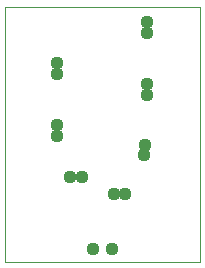
<source format=gbs>
G75*
%MOIN*%
%OFA0B0*%
%FSLAX24Y24*%
%IPPOS*%
%LPD*%
%AMOC8*
5,1,8,0,0,1.08239X$1,22.5*
%
%ADD10C,0.0000*%
%ADD11C,0.0437*%
D10*
X002392Y002517D02*
X002392Y011017D01*
X008892Y011017D01*
X008892Y002517D01*
X002392Y002517D01*
D11*
X004579Y005329D03*
X004954Y005329D03*
X006017Y004767D03*
X006392Y004767D03*
X007017Y006079D03*
X007079Y006392D03*
X007142Y008079D03*
X007142Y008454D03*
X007142Y010142D03*
X007142Y010517D03*
X004142Y009142D03*
X004142Y008767D03*
X004142Y007079D03*
X004142Y006704D03*
X005329Y002954D03*
X005954Y002954D03*
M02*

</source>
